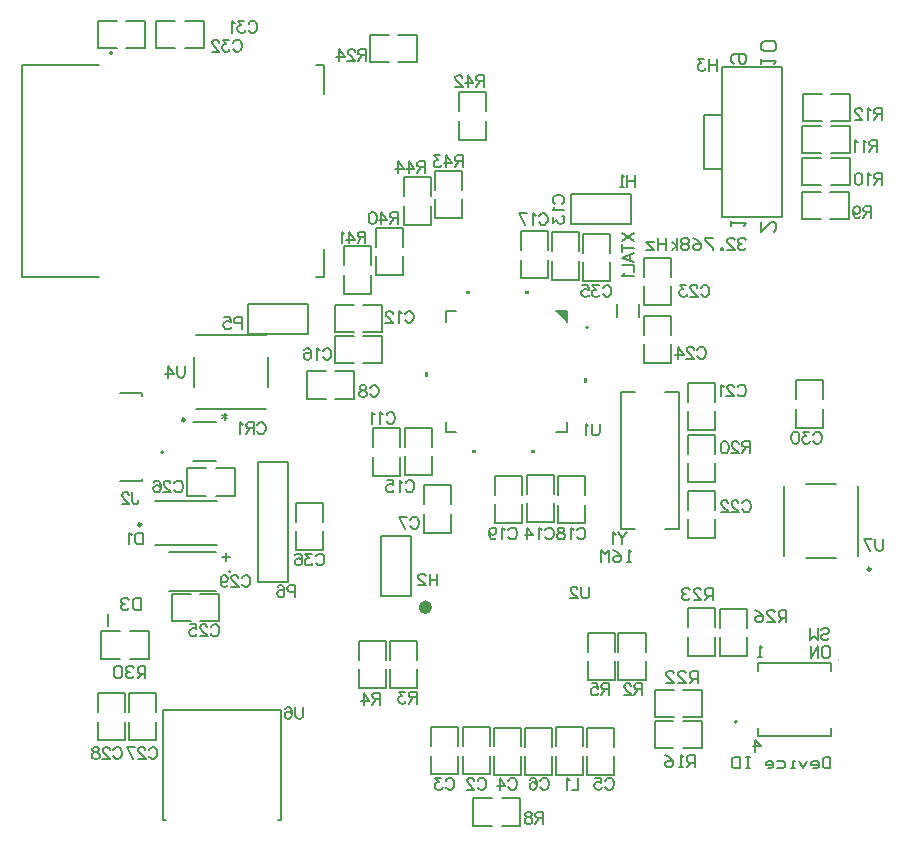
<source format=gbo>
G04*
G04 #@! TF.GenerationSoftware,Altium Limited,Altium Designer,19.1.6 (110)*
G04*
G04 Layer_Color=12811406*
%FSLAX25Y25*%
%MOIN*%
G70*
G01*
G75*
%ADD10C,0.01000*%
%ADD11C,0.00787*%
%ADD12C,0.00591*%
%ADD25C,0.01181*%
%ADD27C,0.01968*%
%ADD90C,0.00600*%
%ADD91C,0.00000*%
%ADD92C,0.00500*%
%ADD93C,0.00394*%
%ADD94C,0.00800*%
G36*
X128187Y133461D02*
X129687D01*
Y132461D01*
X128187D01*
Y133461D01*
D02*
G37*
G36*
X113776Y159215D02*
X112776D01*
Y157715D01*
X113776D01*
Y159215D01*
D02*
G37*
G36*
X126218Y185437D02*
X127718D01*
Y186437D01*
X126218D01*
Y185437D01*
D02*
G37*
G36*
X147872Y133461D02*
X149372D01*
Y132461D01*
X147872D01*
Y133461D01*
D02*
G37*
G36*
X165752Y157246D02*
X166752D01*
Y155746D01*
X165752D01*
Y157246D01*
D02*
G37*
G36*
X145904Y185437D02*
X147404D01*
Y186437D01*
X145904D01*
Y185437D01*
D02*
G37*
G36*
X156435Y179649D02*
X159964D01*
Y176120D01*
X156435Y179649D01*
D02*
G37*
D10*
X261185Y93646D02*
G03*
X261185Y93646I-500J0D01*
G01*
X32630Y143350D02*
G03*
X32630Y143350I-500J0D01*
G01*
D11*
X216650Y42697D02*
G03*
X216650Y42697I-394J0D01*
G01*
X25480Y132598D02*
G03*
X25480Y132598I-394J0D01*
G01*
X8366Y265650D02*
G03*
X8366Y265650I-394J0D01*
G01*
X97854Y104803D02*
X107854D01*
X97854Y84803D02*
Y104803D01*
X107854Y84803D02*
Y104803D01*
X97854Y84803D02*
X107854D01*
X161339Y208780D02*
Y218779D01*
Y208780D02*
X181339D01*
X161339Y218779D02*
X181339D01*
Y208780D02*
Y218779D01*
X6988Y74803D02*
Y78543D01*
X4823Y63779D02*
Y72835D01*
X20571Y63779D02*
Y72835D01*
X4823Y63779D02*
X11122D01*
X14272D02*
X20571D01*
X4823Y72835D02*
X11122D01*
X14272D02*
X20571D01*
X204921Y33858D02*
Y42913D01*
X189173Y33858D02*
Y42913D01*
X198622D02*
X204921D01*
X189173D02*
X195472D01*
X198622Y33858D02*
X204921D01*
X189173D02*
X195472D01*
X200197Y64764D02*
X209252D01*
X200197Y80512D02*
X209252D01*
Y64764D02*
Y71063D01*
Y74213D02*
Y80512D01*
X200197Y64764D02*
Y71063D01*
Y74213D02*
Y80512D01*
X205020Y44390D02*
Y53445D01*
X189272Y44390D02*
Y53445D01*
X198721D02*
X205020D01*
X189272D02*
X195571D01*
X198721Y44390D02*
X205020D01*
X189272D02*
X195571D01*
X210925Y64665D02*
X219980D01*
X210925Y80413D02*
X219980D01*
Y64665D02*
Y70965D01*
Y74114D02*
Y80413D01*
X210925Y64665D02*
Y70965D01*
Y74114D02*
Y80413D01*
X125295Y40915D02*
X134350D01*
X125295Y25167D02*
X134350D01*
X125295Y34616D02*
Y40915D01*
Y25167D02*
Y31466D01*
X134350Y34616D02*
Y40915D01*
Y25167D02*
Y31466D01*
X114695Y40915D02*
X123750D01*
X114695Y25167D02*
X123750D01*
X114695Y34616D02*
Y40915D01*
Y25167D02*
Y31466D01*
X123750Y34616D02*
Y40915D01*
Y25167D02*
Y31466D01*
X135595Y40815D02*
X144650D01*
X135595Y25067D02*
X144650D01*
X135595Y34516D02*
Y40815D01*
Y25067D02*
Y31366D01*
X144650Y34516D02*
Y40815D01*
Y25067D02*
Y31366D01*
X166732Y40748D02*
X175787D01*
X166732Y25000D02*
X175787D01*
X166732Y34449D02*
Y40748D01*
Y25000D02*
Y31299D01*
X175787Y34449D02*
Y40748D01*
Y25000D02*
Y31299D01*
X146063Y25000D02*
X155118D01*
X146063Y40748D02*
X155118D01*
Y25000D02*
Y31299D01*
Y34449D02*
Y40748D01*
X146063Y25000D02*
Y31299D01*
Y34449D02*
Y40748D01*
X112402Y121555D02*
X121457D01*
X112402Y105807D02*
X121457D01*
X112402Y115256D02*
Y121555D01*
Y105807D02*
Y112106D01*
X121457Y115256D02*
Y121555D01*
Y105807D02*
Y112106D01*
X89091Y150492D02*
Y159547D01*
X73343Y150492D02*
Y159547D01*
X82791D02*
X89091D01*
X73343D02*
X79642D01*
X82791Y150492D02*
X89091D01*
X73343D02*
X79642D01*
X95341Y140542D02*
X104396D01*
X95341Y124794D02*
X104396D01*
X95341Y134243D02*
Y140542D01*
Y124794D02*
Y131094D01*
X104396Y134243D02*
Y140542D01*
Y124794D02*
Y131094D01*
X154841Y190094D02*
X163896D01*
X154841Y205842D02*
X163896D01*
Y190094D02*
Y196394D01*
Y199543D02*
Y205842D01*
X154841Y190094D02*
Y196394D01*
Y199543D02*
Y205842D01*
X146653Y125000D02*
X155709D01*
X146653Y109252D02*
X155709D01*
X146653Y118701D02*
Y125000D01*
Y109252D02*
Y115551D01*
X155709Y118701D02*
Y125000D01*
Y109252D02*
Y115551D01*
X105941Y140642D02*
X114996D01*
X105941Y124894D02*
X114996D01*
X105941Y134343D02*
Y140642D01*
Y124894D02*
Y131194D01*
X114996Y134343D02*
Y140642D01*
Y124894D02*
Y131194D01*
X98327Y162205D02*
Y171260D01*
X82579Y162205D02*
Y171260D01*
X92028D02*
X98327D01*
X82579D02*
X88878D01*
X92028Y162205D02*
X98327D01*
X82579D02*
X88878D01*
X144541Y190495D02*
X153596D01*
X144541Y206242D02*
X153596D01*
Y190495D02*
Y196794D01*
Y199943D02*
Y206242D01*
X144541Y190495D02*
Y196794D01*
Y199943D02*
Y206242D01*
X156988Y124606D02*
X166043D01*
X156988Y108858D02*
X166043D01*
X156988Y118307D02*
Y124606D01*
Y108858D02*
Y115157D01*
X166043Y118307D02*
Y124606D01*
Y108858D02*
Y115157D01*
X135957Y124780D02*
X145012D01*
X135957Y109032D02*
X145012D01*
X135957Y118481D02*
Y124780D01*
Y109032D02*
Y115331D01*
X145012Y118481D02*
Y124780D01*
Y109032D02*
Y115331D01*
X185531Y181595D02*
X194587D01*
X185531Y197343D02*
X194587D01*
Y181595D02*
Y187894D01*
Y191043D02*
Y197343D01*
X185531Y181595D02*
Y187894D01*
Y191043D02*
Y197343D01*
Y178051D02*
X194587D01*
X185531Y162303D02*
X194587D01*
X185531Y171752D02*
Y178051D01*
Y162303D02*
Y168602D01*
X194587Y171752D02*
Y178051D01*
Y162303D02*
Y168602D01*
X23130Y267323D02*
Y276378D01*
X38878Y267323D02*
Y276378D01*
X23130Y267323D02*
X29429D01*
X32579D02*
X38878D01*
X23130Y276378D02*
X29429D01*
X32579D02*
X38878D01*
X165441Y189694D02*
X174496D01*
X165441Y205443D02*
X174496D01*
Y189694D02*
Y195994D01*
Y199143D02*
Y205443D01*
X165441Y189694D02*
Y195994D01*
Y199143D02*
Y205443D01*
X177165Y56595D02*
X186221D01*
X177165Y72342D02*
X186221D01*
Y56595D02*
Y62894D01*
Y66043D02*
Y72342D01*
X177165Y56595D02*
Y62894D01*
Y66043D02*
Y72342D01*
X101083Y54035D02*
X110138D01*
X101083Y69784D02*
X110138D01*
Y54035D02*
Y60335D01*
Y63484D02*
Y69784D01*
X101083Y54035D02*
Y60335D01*
Y63484D02*
Y69784D01*
X90551Y53937D02*
X99606D01*
X90551Y69685D02*
X99606D01*
Y53937D02*
Y60236D01*
Y63386D02*
Y69685D01*
X90551Y53937D02*
Y60236D01*
Y63386D02*
Y69685D01*
X166929Y56595D02*
X175984D01*
X166929Y72342D02*
X175984D01*
Y56595D02*
Y62894D01*
Y66043D02*
Y72342D01*
X166929Y56595D02*
Y62894D01*
Y66043D02*
Y72342D01*
X144499Y8116D02*
Y17171D01*
X128750Y8116D02*
Y17171D01*
X138199D02*
X144499D01*
X128750D02*
X135050D01*
X138199Y8116D02*
X144499D01*
X128750D02*
X135050D01*
X254035Y210433D02*
Y219488D01*
X238287Y210433D02*
Y219488D01*
X247736D02*
X254035D01*
X238287D02*
X244587D01*
X247736Y210433D02*
X254035D01*
X238287D02*
X244587D01*
X254232Y221654D02*
Y230709D01*
X238484Y221654D02*
Y230709D01*
X247933D02*
X254232D01*
X238484D02*
X244783D01*
X247933Y221654D02*
X254232D01*
X238484D02*
X244783D01*
X254232Y232283D02*
Y241339D01*
X238484Y232283D02*
Y241339D01*
X247933D02*
X254232D01*
X238484D02*
X244783D01*
X247933Y232283D02*
X254232D01*
X238484D02*
X244783D01*
X254331Y242913D02*
Y251969D01*
X238583Y242913D02*
Y251969D01*
X248031D02*
X254331D01*
X238583D02*
X244882D01*
X248031Y242913D02*
X254331D01*
X238583D02*
X244882D01*
X110043Y262541D02*
Y271596D01*
X94295Y262541D02*
Y271596D01*
X103743D02*
X110043D01*
X94295D02*
X100594D01*
X103743Y262541D02*
X110043D01*
X94295D02*
X100594D01*
X96260Y191535D02*
X105315D01*
X96260Y207283D02*
X105315D01*
Y191535D02*
Y197835D01*
Y200984D02*
Y207283D01*
X96260Y191535D02*
Y197835D01*
Y200984D02*
Y207283D01*
X85728Y185433D02*
X94784D01*
X85728Y201181D02*
X94784D01*
Y185433D02*
Y191732D01*
Y194882D02*
Y201181D01*
X85728Y185433D02*
Y191732D01*
Y194882D02*
Y201181D01*
X123841Y236794D02*
X132896D01*
X123841Y252542D02*
X132896D01*
Y236794D02*
Y243094D01*
Y246243D02*
Y252542D01*
X123841Y236794D02*
Y243094D01*
Y246243D02*
Y252542D01*
X115945Y210531D02*
X125000D01*
X115945Y226279D02*
X125000D01*
Y210531D02*
Y216831D01*
Y219980D02*
Y226279D01*
X115945Y210531D02*
Y216831D01*
Y219980D02*
Y226279D01*
X105610Y208465D02*
X114665D01*
X105610Y224213D02*
X114665D01*
Y208465D02*
Y214764D01*
Y217913D02*
Y224213D01*
X105610Y208465D02*
Y214764D01*
Y217913D02*
Y224213D01*
X13936Y36526D02*
X22991D01*
X13936Y52274D02*
X22991D01*
Y36526D02*
Y42825D01*
Y45975D02*
Y52274D01*
X13936Y36526D02*
Y42825D01*
Y45975D02*
Y52274D01*
X236286Y140824D02*
X245341D01*
X236286Y156572D02*
X245341D01*
Y140824D02*
Y147123D01*
Y150272D02*
Y156572D01*
X236286Y140824D02*
Y147123D01*
Y150272D02*
Y156572D01*
X69557Y99984D02*
X78613D01*
X69557Y115732D02*
X78613D01*
Y99984D02*
Y106283D01*
Y109432D02*
Y115732D01*
X69557Y99984D02*
Y106283D01*
Y109432D02*
Y115732D01*
X19390Y267323D02*
Y276378D01*
X3642Y267323D02*
Y276378D01*
X13091D02*
X19390D01*
X3642D02*
X9941D01*
X13091Y267323D02*
X19390D01*
X3642D02*
X9941D01*
X98425Y172638D02*
Y181693D01*
X82677Y172638D02*
Y181693D01*
X92126D02*
X98425D01*
X82677D02*
X88976D01*
X92126Y172638D02*
X98425D01*
X82677D02*
X88976D01*
X200341Y139894D02*
X209396D01*
X200341Y155642D02*
X209396D01*
Y139894D02*
Y146194D01*
Y149343D02*
Y155642D01*
X200341Y139894D02*
Y146194D01*
Y149343D02*
Y155642D01*
X200241Y119642D02*
X209296D01*
X200241Y103894D02*
X209296D01*
X200241Y113343D02*
Y119642D01*
Y103894D02*
Y110194D01*
X209296Y113343D02*
Y119642D01*
Y103894D02*
Y110194D01*
X200341Y122695D02*
X209396D01*
X200341Y138443D02*
X209396D01*
Y122695D02*
Y128994D01*
Y132143D02*
Y138443D01*
X200341Y122695D02*
Y128994D01*
Y132143D02*
Y138443D01*
X3636Y36526D02*
X12691D01*
X3636Y52274D02*
X12691D01*
Y36526D02*
Y42825D01*
Y45975D02*
Y52274D01*
X3636Y36526D02*
Y42825D01*
Y45975D02*
Y52274D01*
X44094Y76378D02*
Y85433D01*
X28346Y76378D02*
Y85433D01*
X37795D02*
X44094D01*
X28346D02*
X34646D01*
X37795Y76378D02*
X44094D01*
X28346D02*
X34646D01*
X33465Y118110D02*
Y127165D01*
X49213Y118110D02*
Y127165D01*
X33465Y118110D02*
X39764D01*
X42913D02*
X49213D01*
X33465Y127165D02*
X39764D01*
X42913D02*
X49213D01*
X211673Y211024D02*
Y261024D01*
X231673Y211024D02*
Y261024D01*
X211673Y211024D02*
X231673D01*
X211673Y261024D02*
X231673D01*
X205807Y226968D02*
X211319D01*
X205610Y227165D02*
Y245079D01*
X211417D01*
X57077Y129314D02*
X67077D01*
X57077Y89314D02*
Y129314D01*
X67077Y89314D02*
Y129314D01*
X57077Y89314D02*
X67077D01*
X156398Y25098D02*
X165453D01*
X156398Y40846D02*
X165453D01*
Y25098D02*
Y31398D01*
Y34547D02*
Y40846D01*
X156398Y25098D02*
Y31398D01*
Y34547D02*
Y40846D01*
X53701Y181870D02*
X73701D01*
Y171870D02*
Y181870D01*
X53701Y171870D02*
X73701D01*
X53701D02*
Y181870D01*
D12*
X116831Y92125D02*
Y88189D01*
Y90157D01*
X114207D01*
Y92125D01*
Y88189D01*
X110271D02*
X112895D01*
X110271Y90813D01*
Y91469D01*
X110927Y92125D01*
X112239D01*
X112895Y91469D01*
X182776Y224900D02*
Y220965D01*
Y222932D01*
X180152D01*
Y224900D01*
Y220965D01*
X178840D02*
X177528D01*
X178184D01*
Y224900D01*
X178840Y224244D01*
X219783Y203280D02*
X219127Y203936D01*
X217816D01*
X217160Y203280D01*
Y202624D01*
X217816Y201968D01*
X218472D01*
X217816D01*
X217160Y201312D01*
Y200656D01*
X217816Y200000D01*
X219127D01*
X219783Y200656D01*
X213224Y200000D02*
X215848D01*
X213224Y202624D01*
Y203280D01*
X213880Y203936D01*
X215192D01*
X215848Y203280D01*
X211912Y200000D02*
Y200656D01*
X211256D01*
Y200000D01*
X211912D01*
X208632Y203936D02*
X206008D01*
Y203280D01*
X208632Y200656D01*
Y200000D01*
X202073Y203936D02*
X203384Y203280D01*
X204696Y201968D01*
Y200656D01*
X204041Y200000D01*
X202729D01*
X202073Y200656D01*
Y201312D01*
X202729Y201968D01*
X204696D01*
X200761Y203280D02*
X200105Y203936D01*
X198793D01*
X198137Y203280D01*
Y202624D01*
X198793Y201968D01*
X198137Y201312D01*
Y200656D01*
X198793Y200000D01*
X200105D01*
X200761Y200656D01*
Y201312D01*
X200105Y201968D01*
X200761Y202624D01*
Y203280D01*
X200105Y201968D02*
X198793D01*
X196825Y200000D02*
Y203936D01*
Y201312D02*
X194857Y202624D01*
X196825Y201312D02*
X194857Y200000D01*
X192889Y203936D02*
Y200000D01*
Y201968D01*
X190265D01*
Y203936D01*
Y200000D01*
X188953Y202624D02*
X186330D01*
X188953Y200000D01*
X186330D01*
X244817Y73260D02*
X245473Y73916D01*
X246785D01*
X247441Y73260D01*
Y72604D01*
X246785Y71948D01*
X245473D01*
X244817Y71292D01*
Y70636D01*
X245473Y69980D01*
X246785D01*
X247441Y70636D01*
X243505Y73916D02*
Y69980D01*
X242193Y71292D01*
X240881Y69980D01*
Y73916D01*
X19488Y57382D02*
Y61318D01*
X17520D01*
X16864Y60662D01*
Y59350D01*
X17520Y58694D01*
X19488D01*
X18176D02*
X16864Y57382D01*
X15552Y60662D02*
X14897Y61318D01*
X13585D01*
X12929Y60662D01*
Y60006D01*
X13585Y59350D01*
X14241D01*
X13585D01*
X12929Y58694D01*
Y58038D01*
X13585Y57382D01*
X14897D01*
X15552Y58038D01*
X11617Y60662D02*
X10961Y61318D01*
X9649D01*
X8993Y60662D01*
Y58038D01*
X9649Y57382D01*
X10961D01*
X11617Y58038D01*
Y60662D01*
X17913Y83857D02*
Y79921D01*
X15946D01*
X15290Y80577D01*
Y83201D01*
X15946Y83857D01*
X17913D01*
X13978Y83201D02*
X13322Y83857D01*
X12010D01*
X11354Y83201D01*
Y82545D01*
X12010Y81889D01*
X12666D01*
X12010D01*
X11354Y81233D01*
Y80577D01*
X12010Y79921D01*
X13322D01*
X13978Y80577D01*
X202559Y27756D02*
Y31692D01*
X200591D01*
X199935Y31036D01*
Y29724D01*
X200591Y29068D01*
X202559D01*
X201247D02*
X199935Y27756D01*
X198623D02*
X197311D01*
X197967D01*
Y31692D01*
X198623Y31036D01*
X192720Y31692D02*
X194032Y31036D01*
X195343Y29724D01*
Y28412D01*
X194688Y27756D01*
X193376D01*
X192720Y28412D01*
Y29068D01*
X193376Y29724D01*
X195343D01*
X208760Y83268D02*
Y87204D01*
X206792D01*
X206136Y86547D01*
Y85236D01*
X206792Y84580D01*
X208760D01*
X207448D02*
X206136Y83268D01*
X202200D02*
X204824D01*
X202200Y85891D01*
Y86547D01*
X202856Y87204D01*
X204168D01*
X204824Y86547D01*
X200888D02*
X200232Y87204D01*
X198921D01*
X198265Y86547D01*
Y85891D01*
X198921Y85236D01*
X199576D01*
X198921D01*
X198265Y84580D01*
Y83924D01*
X198921Y83268D01*
X200232D01*
X200888Y83924D01*
X203642Y55807D02*
Y59743D01*
X201674D01*
X201018Y59087D01*
Y57775D01*
X201674Y57119D01*
X203642D01*
X202330D02*
X201018Y55807D01*
X197082D02*
X199706D01*
X197082Y58431D01*
Y59087D01*
X197738Y59743D01*
X199050D01*
X199706Y59087D01*
X193146Y55807D02*
X195770D01*
X193146Y58431D01*
Y59087D01*
X193802Y59743D01*
X195114D01*
X195770Y59087D01*
X233169Y76083D02*
Y80018D01*
X231201D01*
X230545Y79362D01*
Y78051D01*
X231201Y77395D01*
X233169D01*
X231857D02*
X230545Y76083D01*
X226610D02*
X229234D01*
X226610Y78707D01*
Y79362D01*
X227266Y80018D01*
X228578D01*
X229234Y79362D01*
X222674Y80018D02*
X223986Y79362D01*
X225298Y78051D01*
Y76739D01*
X224642Y76083D01*
X223330D01*
X222674Y76739D01*
Y77395D01*
X223330Y78051D01*
X225298D01*
X247835Y31101D02*
Y27165D01*
X245867D01*
X245211Y27821D01*
Y30445D01*
X245867Y31101D01*
X247835D01*
X241931Y27165D02*
X243243D01*
X243899Y27821D01*
Y29133D01*
X243243Y29789D01*
X241931D01*
X241275Y29133D01*
Y28477D01*
X243899D01*
X239963Y29789D02*
X238651Y27165D01*
X237339Y29789D01*
X236027Y27165D02*
X234716D01*
X235371D01*
Y29789D01*
X236027D01*
X230124D02*
X232092D01*
X232748Y29133D01*
Y27821D01*
X232092Y27165D01*
X230124D01*
X226844D02*
X228156D01*
X228812Y27821D01*
Y29133D01*
X228156Y29789D01*
X226844D01*
X226188Y29133D01*
Y28477D01*
X228812D01*
X220940Y31101D02*
X219629D01*
X220285D01*
Y27165D01*
X220940D01*
X219629D01*
X217661Y31101D02*
Y27165D01*
X215693D01*
X215037Y27821D01*
Y30445D01*
X215693Y31101D01*
X217661D01*
X222737Y32677D02*
Y36613D01*
X224705Y34645D01*
X222081D01*
X245768Y67912D02*
X247080D01*
X247736Y67256D01*
Y64632D01*
X247080Y63976D01*
X245768D01*
X245112Y64632D01*
Y67256D01*
X245768Y67912D01*
X243800Y63976D02*
Y67912D01*
X241177Y63976D01*
Y67912D01*
X224902Y64173D02*
X223590D01*
X224246D01*
Y68109D01*
X224902Y67453D01*
X45861Y145695D02*
Y143446D01*
X46798Y145133D02*
X44924Y144008D01*
Y145133D02*
X46798Y144008D01*
X44882Y97539D02*
X47506D01*
X46194Y98851D02*
Y96227D01*
X181201Y95965D02*
X179889D01*
X180545D01*
Y99900D01*
X181201Y99244D01*
X175297Y99900D02*
X176609Y99244D01*
X177921Y97932D01*
Y96621D01*
X177265Y95965D01*
X175953D01*
X175297Y96621D01*
Y97277D01*
X175953Y97932D01*
X177921D01*
X173985Y95965D02*
Y99900D01*
X172673Y98588D01*
X171361Y99900D01*
Y95965D01*
X179921Y105905D02*
X178422Y104030D01*
Y101969D01*
X176922Y105905D02*
X178422Y104030D01*
X176416Y105155D02*
X176041Y105342D01*
X175479Y105905D01*
Y101969D01*
X41283Y74259D02*
X41470Y74634D01*
X41845Y75009D01*
X42220Y75196D01*
X42970D01*
X43345Y75009D01*
X43720Y74634D01*
X43907Y74259D01*
X44094Y73697D01*
Y72759D01*
X43907Y72197D01*
X43720Y71822D01*
X43345Y71447D01*
X42970Y71260D01*
X42220D01*
X41845Y71447D01*
X41470Y71822D01*
X41283Y72197D01*
X39990Y74259D02*
Y74446D01*
X39802Y74821D01*
X39615Y75009D01*
X39240Y75196D01*
X38490D01*
X38115Y75009D01*
X37928Y74821D01*
X37740Y74446D01*
Y74071D01*
X37928Y73697D01*
X38303Y73134D01*
X40177Y71260D01*
X37553D01*
X34423Y75196D02*
X36297D01*
X36485Y73509D01*
X36297Y73697D01*
X35735Y73884D01*
X35173D01*
X34610Y73697D01*
X34235Y73322D01*
X34048Y72759D01*
Y72385D01*
X34235Y71822D01*
X34610Y71447D01*
X35173Y71260D01*
X35735D01*
X36297Y71447D01*
X36485Y71635D01*
X36672Y72010D01*
X220866Y136220D02*
Y132283D01*
Y136220D02*
X219179D01*
X218617Y136032D01*
X218429Y135845D01*
X218242Y135470D01*
Y135095D01*
X218429Y134720D01*
X218617Y134533D01*
X219179Y134345D01*
X220866D01*
X219554D02*
X218242Y132283D01*
X217174Y135282D02*
Y135470D01*
X216986Y135845D01*
X216799Y136032D01*
X216424Y136220D01*
X215674D01*
X215299Y136032D01*
X215112Y135845D01*
X214924Y135470D01*
Y135095D01*
X215112Y134720D01*
X215487Y134158D01*
X217361Y132283D01*
X214737D01*
X212731Y136220D02*
X213294Y136032D01*
X213669Y135470D01*
X213856Y134533D01*
Y133970D01*
X213669Y133033D01*
X213294Y132471D01*
X212731Y132283D01*
X212356D01*
X211794Y132471D01*
X211419Y133033D01*
X211232Y133970D01*
Y134533D01*
X211419Y135470D01*
X211794Y136032D01*
X212356Y136220D01*
X212731D01*
X218448Y115597D02*
X218636Y115972D01*
X219011Y116347D01*
X219386Y116535D01*
X220135D01*
X220510Y116347D01*
X220885Y115972D01*
X221072Y115597D01*
X221260Y115035D01*
Y114098D01*
X221072Y113536D01*
X220885Y113161D01*
X220510Y112786D01*
X220135Y112598D01*
X219386D01*
X219011Y112786D01*
X218636Y113161D01*
X218448Y113536D01*
X217155Y115597D02*
Y115785D01*
X216968Y116160D01*
X216780Y116347D01*
X216405Y116535D01*
X215655D01*
X215281Y116347D01*
X215093Y116160D01*
X214906Y115785D01*
Y115410D01*
X215093Y115035D01*
X215468Y114473D01*
X217342Y112598D01*
X214718D01*
X213650Y115597D02*
Y115785D01*
X213462Y116160D01*
X213275Y116347D01*
X212900Y116535D01*
X212150D01*
X211776Y116347D01*
X211588Y116160D01*
X211401Y115785D01*
Y115410D01*
X211588Y115035D01*
X211963Y114473D01*
X213837Y112598D01*
X211213D01*
X216874Y154180D02*
X217061Y154555D01*
X217436Y154930D01*
X217811Y155117D01*
X218560D01*
X218935Y154930D01*
X219310Y154555D01*
X219498Y154180D01*
X219685Y153618D01*
Y152681D01*
X219498Y152118D01*
X219310Y151743D01*
X218935Y151368D01*
X218560Y151181D01*
X217811D01*
X217436Y151368D01*
X217061Y151743D01*
X216874Y152118D01*
X215580Y154180D02*
Y154367D01*
X215393Y154742D01*
X215205Y154930D01*
X214830Y155117D01*
X214081D01*
X213706Y154930D01*
X213518Y154742D01*
X213331Y154367D01*
Y153993D01*
X213518Y153618D01*
X213893Y153056D01*
X215768Y151181D01*
X213143D01*
X212263Y154367D02*
X211888Y154555D01*
X211325Y155117D01*
Y151181D01*
X106047Y178688D02*
X106234Y179063D01*
X106609Y179438D01*
X106984Y179625D01*
X107734D01*
X108108Y179438D01*
X108483Y179063D01*
X108671Y178688D01*
X108858Y178126D01*
Y177189D01*
X108671Y176626D01*
X108483Y176251D01*
X108108Y175876D01*
X107734Y175689D01*
X106984D01*
X106609Y175876D01*
X106234Y176251D01*
X106047Y176626D01*
X104941Y178875D02*
X104566Y179063D01*
X104004Y179625D01*
Y175689D01*
X101867Y178688D02*
Y178875D01*
X101680Y179250D01*
X101492Y179438D01*
X101117Y179625D01*
X100367D01*
X99993Y179438D01*
X99805Y179250D01*
X99618Y178875D01*
Y178500D01*
X99805Y178126D01*
X100180Y177563D01*
X102054Y175689D01*
X99430D01*
X53881Y275440D02*
X54069Y275815D01*
X54444Y276190D01*
X54818Y276377D01*
X55568D01*
X55943Y276190D01*
X56318Y275815D01*
X56506Y275440D01*
X56693Y274878D01*
Y273940D01*
X56506Y273378D01*
X56318Y273003D01*
X55943Y272628D01*
X55568Y272441D01*
X54818D01*
X54444Y272628D01*
X54069Y273003D01*
X53881Y273378D01*
X52401Y276377D02*
X50339D01*
X51463Y274878D01*
X50901D01*
X50526Y274690D01*
X50339Y274503D01*
X50151Y273940D01*
Y273566D01*
X50339Y273003D01*
X50714Y272628D01*
X51276Y272441D01*
X51838D01*
X52401Y272628D01*
X52588Y272816D01*
X52776Y273191D01*
X49270Y275627D02*
X48896Y275815D01*
X48333Y276377D01*
Y272441D01*
X76322Y97881D02*
X76510Y98256D01*
X76885Y98631D01*
X77259Y98818D01*
X78009D01*
X78384Y98631D01*
X78759Y98256D01*
X78946Y97881D01*
X79134Y97319D01*
Y96381D01*
X78946Y95819D01*
X78759Y95444D01*
X78384Y95069D01*
X78009Y94882D01*
X77259D01*
X76885Y95069D01*
X76510Y95444D01*
X76322Y95819D01*
X74842Y98818D02*
X72780D01*
X73904Y97319D01*
X73342D01*
X72967Y97131D01*
X72780Y96944D01*
X72592Y96381D01*
Y96007D01*
X72780Y95444D01*
X73155Y95069D01*
X73717Y94882D01*
X74279D01*
X74842Y95069D01*
X75029Y95257D01*
X75216Y95632D01*
X69462Y98256D02*
X69650Y98631D01*
X70212Y98818D01*
X70587D01*
X71149Y98631D01*
X71524Y98068D01*
X71711Y97131D01*
Y96194D01*
X71524Y95444D01*
X71149Y95069D01*
X70587Y94882D01*
X70399D01*
X69837Y95069D01*
X69462Y95444D01*
X69275Y96007D01*
Y96194D01*
X69462Y96756D01*
X69837Y97131D01*
X70399Y97319D01*
X70587D01*
X71149Y97131D01*
X71524Y96756D01*
X71711Y96194D01*
X242070Y138432D02*
X242258Y138807D01*
X242633Y139182D01*
X243007Y139369D01*
X243757D01*
X244132Y139182D01*
X244507Y138807D01*
X244694Y138432D01*
X244882Y137870D01*
Y136933D01*
X244694Y136370D01*
X244507Y135995D01*
X244132Y135620D01*
X243757Y135433D01*
X243007D01*
X242633Y135620D01*
X242258Y135995D01*
X242070Y136370D01*
X240590Y139369D02*
X238528D01*
X239652Y137870D01*
X239090D01*
X238715Y137682D01*
X238528Y137495D01*
X238340Y136933D01*
Y136558D01*
X238528Y135995D01*
X238903Y135620D01*
X239465Y135433D01*
X240027D01*
X240590Y135620D01*
X240777Y135808D01*
X240965Y136183D01*
X236335Y139369D02*
X236897Y139182D01*
X237272Y138619D01*
X237459Y137682D01*
Y137120D01*
X237272Y136183D01*
X236897Y135620D01*
X236335Y135433D01*
X235960D01*
X235398Y135620D01*
X235023Y136183D01*
X234835Y137120D01*
Y137682D01*
X235023Y138619D01*
X235398Y139182D01*
X235960Y139369D01*
X236335D01*
X170866Y142125D02*
Y139314D01*
X170679Y138751D01*
X170304Y138376D01*
X169741Y138189D01*
X169367D01*
X168804Y138376D01*
X168430Y138751D01*
X168242Y139314D01*
Y142125D01*
X167155Y141375D02*
X166780Y141563D01*
X166218Y142125D01*
Y138189D01*
X72047Y47637D02*
Y44825D01*
X71860Y44263D01*
X71485Y43888D01*
X70923Y43701D01*
X70548D01*
X69985Y43888D01*
X69611Y44263D01*
X69423Y44825D01*
Y47637D01*
X66087Y47075D02*
X66274Y47449D01*
X66837Y47637D01*
X67211D01*
X67774Y47449D01*
X68149Y46887D01*
X68336Y45950D01*
Y45013D01*
X68149Y44263D01*
X67774Y43888D01*
X67211Y43701D01*
X67024D01*
X66462Y43888D01*
X66087Y44263D01*
X65899Y44825D01*
Y45013D01*
X66087Y45575D01*
X66462Y45950D01*
X67024Y46137D01*
X67211D01*
X67774Y45950D01*
X68149Y45575D01*
X68336Y45013D01*
X51618Y90696D02*
X51805Y91071D01*
X52180Y91446D01*
X52555Y91633D01*
X53304D01*
X53679Y91446D01*
X54054Y91071D01*
X54242Y90696D01*
X54429Y90134D01*
Y89196D01*
X54242Y88634D01*
X54054Y88259D01*
X53679Y87884D01*
X53304Y87697D01*
X52555D01*
X52180Y87884D01*
X51805Y88259D01*
X51618Y88634D01*
X50324Y90696D02*
Y90883D01*
X50137Y91258D01*
X49949Y91446D01*
X49575Y91633D01*
X48825D01*
X48450Y91446D01*
X48263Y91258D01*
X48075Y90883D01*
Y90508D01*
X48263Y90134D01*
X48637Y89571D01*
X50512Y87697D01*
X47888D01*
X44570Y90321D02*
X44757Y89759D01*
X45132Y89384D01*
X45695Y89196D01*
X45882D01*
X46444Y89384D01*
X46819Y89759D01*
X47007Y90321D01*
Y90508D01*
X46819Y91071D01*
X46444Y91446D01*
X45882Y91633D01*
X45695D01*
X45132Y91446D01*
X44757Y91071D01*
X44570Y90321D01*
Y89384D01*
X44757Y88447D01*
X45132Y87884D01*
X45695Y87697D01*
X46069D01*
X46632Y87884D01*
X46819Y88259D01*
X8803Y33314D02*
X8990Y33689D01*
X9365Y34064D01*
X9740Y34251D01*
X10490D01*
X10864Y34064D01*
X11239Y33689D01*
X11427Y33314D01*
X11614Y32752D01*
Y31814D01*
X11427Y31252D01*
X11239Y30877D01*
X10864Y30502D01*
X10490Y30315D01*
X9740D01*
X9365Y30502D01*
X8990Y30877D01*
X8803Y31252D01*
X7509Y33314D02*
Y33501D01*
X7322Y33876D01*
X7134Y34064D01*
X6760Y34251D01*
X6010D01*
X5635Y34064D01*
X5447Y33876D01*
X5260Y33501D01*
Y33127D01*
X5447Y32752D01*
X5822Y32189D01*
X7697Y30315D01*
X5073D01*
X3255Y34251D02*
X3817Y34064D01*
X4004Y33689D01*
Y33314D01*
X3817Y32939D01*
X3442Y32752D01*
X2692Y32564D01*
X2130Y32377D01*
X1755Y32002D01*
X1568Y31627D01*
Y31065D01*
X1755Y30690D01*
X1942Y30502D01*
X2505Y30315D01*
X3255D01*
X3817Y30502D01*
X4004Y30690D01*
X4192Y31065D01*
Y31627D01*
X4004Y32002D01*
X3629Y32377D01*
X3067Y32564D01*
X2317Y32752D01*
X1942Y32939D01*
X1755Y33314D01*
Y33689D01*
X1942Y34064D01*
X2505Y34251D01*
X3255D01*
X20614Y33314D02*
X20801Y33689D01*
X21176Y34064D01*
X21551Y34251D01*
X22301D01*
X22675Y34064D01*
X23050Y33689D01*
X23238Y33314D01*
X23425Y32752D01*
Y31814D01*
X23238Y31252D01*
X23050Y30877D01*
X22675Y30502D01*
X22301Y30315D01*
X21551D01*
X21176Y30502D01*
X20801Y30877D01*
X20614Y31252D01*
X19320Y33314D02*
Y33501D01*
X19133Y33876D01*
X18946Y34064D01*
X18571Y34251D01*
X17821D01*
X17446Y34064D01*
X17258Y33876D01*
X17071Y33501D01*
Y33127D01*
X17258Y32752D01*
X17633Y32189D01*
X19508Y30315D01*
X16884D01*
X13379Y34251D02*
X15253Y30315D01*
X16003Y34251D02*
X13379D01*
X29127Y122207D02*
X29314Y122582D01*
X29689Y122957D01*
X30064Y123144D01*
X30814D01*
X31188Y122957D01*
X31563Y122582D01*
X31751Y122207D01*
X31938Y121645D01*
Y120707D01*
X31751Y120145D01*
X31563Y119770D01*
X31188Y119395D01*
X30814Y119208D01*
X30064D01*
X29689Y119395D01*
X29314Y119770D01*
X29127Y120145D01*
X27833Y122207D02*
Y122394D01*
X27646Y122769D01*
X27459Y122957D01*
X27084Y123144D01*
X26334D01*
X25959Y122957D01*
X25771Y122769D01*
X25584Y122394D01*
Y122019D01*
X25771Y121645D01*
X26146Y121082D01*
X28021Y119208D01*
X25397D01*
X22266Y122582D02*
X22454Y122957D01*
X23016Y123144D01*
X23391D01*
X23953Y122957D01*
X24328Y122394D01*
X24516Y121457D01*
Y120520D01*
X24328Y119770D01*
X23953Y119395D01*
X23391Y119208D01*
X23204D01*
X22641Y119395D01*
X22266Y119770D01*
X22079Y120333D01*
Y120520D01*
X22266Y121082D01*
X22641Y121457D01*
X23204Y121645D01*
X23391D01*
X23953Y121457D01*
X24328Y121082D01*
X24516Y120520D01*
X178347Y205512D02*
X182283Y202888D01*
X178347D02*
X182283Y205512D01*
X178347Y200695D02*
X182283D01*
X178347Y202007D02*
Y199383D01*
X182283Y195915D02*
X178347Y197415D01*
X182283Y198914D01*
X180971Y198352D02*
Y196477D01*
X178347Y194997D02*
X182283D01*
Y192747D01*
X179097Y192316D02*
X178910Y191941D01*
X178347Y191379D01*
X182283D01*
X167368Y87805D02*
Y84993D01*
X167181Y84431D01*
X166806Y84056D01*
X166244Y83868D01*
X165869D01*
X165307Y84056D01*
X164932Y84431D01*
X164744Y84993D01*
Y87805D01*
X163470Y86867D02*
Y87055D01*
X163282Y87430D01*
X163095Y87617D01*
X162720Y87805D01*
X161970D01*
X161595Y87617D01*
X161408Y87430D01*
X161221Y87055D01*
Y86680D01*
X161408Y86305D01*
X161783Y85743D01*
X163657Y83868D01*
X161033D01*
X32677Y161416D02*
Y158605D01*
X32490Y158043D01*
X32115Y157668D01*
X31553Y157480D01*
X31178D01*
X30615Y157668D01*
X30240Y158043D01*
X30053Y158605D01*
Y161416D01*
X27092D02*
X28966Y158792D01*
X26154D01*
X27092Y161416D02*
Y157480D01*
X265453Y103641D02*
Y100829D01*
X265265Y100267D01*
X264891Y99892D01*
X264328Y99705D01*
X263953D01*
X263391Y99892D01*
X263016Y100267D01*
X262829Y100829D01*
Y103641D01*
X259117D02*
X260992Y99705D01*
X261741Y103641D02*
X259117D01*
X112598Y229527D02*
Y225590D01*
Y229527D02*
X110912D01*
X110349Y229339D01*
X110162Y229152D01*
X109974Y228777D01*
Y228402D01*
X110162Y228027D01*
X110349Y227840D01*
X110912Y227652D01*
X112598D01*
X111286D02*
X109974Y225590D01*
X107219Y229527D02*
X109093Y226903D01*
X106282D01*
X107219Y229527D02*
Y225590D01*
X103714Y229527D02*
X105588Y226903D01*
X102777D01*
X103714Y229527D02*
Y225590D01*
X125197Y231495D02*
Y227559D01*
Y231495D02*
X123510D01*
X122948Y231308D01*
X122760Y231120D01*
X122573Y230746D01*
Y230371D01*
X122760Y229996D01*
X122948Y229808D01*
X123510Y229621D01*
X125197D01*
X123885D02*
X122573Y227559D01*
X119817Y231495D02*
X121692Y228871D01*
X118880D01*
X119817Y231495D02*
Y227559D01*
X117812Y231495D02*
X115750D01*
X116875Y229996D01*
X116312D01*
X115937Y229808D01*
X115750Y229621D01*
X115563Y229059D01*
Y228684D01*
X115750Y228121D01*
X116125Y227747D01*
X116687Y227559D01*
X117250D01*
X117812Y227747D01*
X117999Y227934D01*
X118187Y228309D01*
X132269Y258305D02*
Y254368D01*
Y258305D02*
X130582D01*
X130019Y258117D01*
X129832Y257930D01*
X129644Y257555D01*
Y257180D01*
X129832Y256805D01*
X130019Y256618D01*
X130582Y256430D01*
X132269D01*
X130956D02*
X129644Y254368D01*
X126889Y258305D02*
X128763Y255681D01*
X125952D01*
X126889Y258305D02*
Y254368D01*
X125071Y257367D02*
Y257555D01*
X124883Y257930D01*
X124696Y258117D01*
X124321Y258305D01*
X123572D01*
X123197Y258117D01*
X123009Y257930D01*
X122822Y257555D01*
Y257180D01*
X123009Y256805D01*
X123384Y256243D01*
X125258Y254368D01*
X122634D01*
X92815Y206101D02*
Y202165D01*
Y206101D02*
X91128D01*
X90566Y205914D01*
X90378Y205727D01*
X90191Y205352D01*
Y204977D01*
X90378Y204602D01*
X90566Y204415D01*
X91128Y204227D01*
X92815D01*
X91503D02*
X90191Y202165D01*
X87436Y206101D02*
X89310Y203477D01*
X86498D01*
X87436Y206101D02*
Y202165D01*
X85805Y205352D02*
X85430Y205539D01*
X84868Y206101D01*
Y202165D01*
X103543Y212598D02*
Y208661D01*
Y212598D02*
X101856D01*
X101294Y212410D01*
X101107Y212223D01*
X100919Y211848D01*
Y211473D01*
X101107Y211098D01*
X101294Y210911D01*
X101856Y210723D01*
X103543D01*
X102231D02*
X100919Y208661D01*
X98164Y212598D02*
X100038Y209974D01*
X97227D01*
X98164Y212598D02*
Y208661D01*
X95409Y212598D02*
X95971Y212410D01*
X96346Y211848D01*
X96533Y210911D01*
Y210348D01*
X96346Y209411D01*
X95971Y208849D01*
X95409Y208661D01*
X95034D01*
X94471Y208849D01*
X94096Y209411D01*
X93909Y210348D01*
Y210911D01*
X94096Y211848D01*
X94471Y212410D01*
X95034Y212598D01*
X95409D01*
X92913Y266928D02*
Y262992D01*
Y266928D02*
X91227D01*
X90664Y266741D01*
X90477Y266553D01*
X90289Y266178D01*
Y265804D01*
X90477Y265429D01*
X90664Y265241D01*
X91227Y265054D01*
X92913D01*
X91601D02*
X90289Y262992D01*
X89221Y265991D02*
Y266178D01*
X89034Y266553D01*
X88846Y266741D01*
X88471Y266928D01*
X87721D01*
X87347Y266741D01*
X87159Y266553D01*
X86972Y266178D01*
Y265804D01*
X87159Y265429D01*
X87534Y264866D01*
X89408Y262992D01*
X86784D01*
X84029Y266928D02*
X85903Y264304D01*
X83092D01*
X84029Y266928D02*
Y262992D01*
X264862Y247243D02*
Y243307D01*
Y247243D02*
X263175D01*
X262613Y247056D01*
X262425Y246868D01*
X262238Y246494D01*
Y246119D01*
X262425Y245744D01*
X262613Y245556D01*
X263175Y245369D01*
X264862D01*
X263550D02*
X262238Y243307D01*
X261357Y246494D02*
X260982Y246681D01*
X260420Y247243D01*
Y243307D01*
X258283Y246306D02*
Y246494D01*
X258096Y246868D01*
X257908Y247056D01*
X257533Y247243D01*
X256784D01*
X256409Y247056D01*
X256221Y246868D01*
X256034Y246494D01*
Y246119D01*
X256221Y245744D01*
X256596Y245181D01*
X258471Y243307D01*
X255847D01*
X263287Y236613D02*
Y232677D01*
Y236613D02*
X261600D01*
X261038Y236426D01*
X260851Y236239D01*
X260663Y235864D01*
Y235489D01*
X260851Y235114D01*
X261038Y234926D01*
X261600Y234739D01*
X263287D01*
X261975D02*
X260663Y232677D01*
X259782Y235864D02*
X259407Y236051D01*
X258845Y236613D01*
Y232677D01*
X256896Y235864D02*
X256521Y236051D01*
X255959Y236613D01*
Y232677D01*
X264862Y225590D02*
Y221654D01*
Y225590D02*
X263175D01*
X262613Y225402D01*
X262425Y225215D01*
X262238Y224840D01*
Y224465D01*
X262425Y224090D01*
X262613Y223903D01*
X263175Y223715D01*
X264862D01*
X263550D02*
X262238Y221654D01*
X261357Y224840D02*
X260982Y225027D01*
X260420Y225590D01*
Y221654D01*
X257346Y225590D02*
X257908Y225402D01*
X258283Y224840D01*
X258471Y223903D01*
Y223341D01*
X258283Y222403D01*
X257908Y221841D01*
X257346Y221654D01*
X256971D01*
X256409Y221841D01*
X256034Y222403D01*
X255847Y223341D01*
Y223903D01*
X256034Y224840D01*
X256409Y225402D01*
X256971Y225590D01*
X257346D01*
X261319Y214566D02*
Y210630D01*
Y214566D02*
X259632D01*
X259070Y214379D01*
X258882Y214191D01*
X258695Y213816D01*
Y213441D01*
X258882Y213067D01*
X259070Y212879D01*
X259632Y212692D01*
X261319D01*
X260007D02*
X258695Y210630D01*
X255377Y213254D02*
X255565Y212692D01*
X255940Y212317D01*
X256502Y212129D01*
X256689D01*
X257252Y212317D01*
X257626Y212692D01*
X257814Y213254D01*
Y213441D01*
X257626Y214004D01*
X257252Y214379D01*
X256689Y214566D01*
X256502D01*
X255940Y214379D01*
X255565Y214004D01*
X255377Y213254D01*
Y212317D01*
X255565Y211380D01*
X255940Y210817D01*
X256502Y210630D01*
X256877D01*
X257439Y210817D01*
X257626Y211192D01*
X151969Y12598D02*
Y8661D01*
Y12598D02*
X150282D01*
X149719Y12410D01*
X149532Y12223D01*
X149344Y11848D01*
Y11473D01*
X149532Y11098D01*
X149719Y10911D01*
X150282Y10723D01*
X151969D01*
X150656D02*
X149344Y8661D01*
X147526Y12598D02*
X148089Y12410D01*
X148276Y12035D01*
Y11660D01*
X148089Y11286D01*
X147714Y11098D01*
X146964Y10911D01*
X146402Y10723D01*
X146027Y10348D01*
X145839Y9973D01*
Y9411D01*
X146027Y9036D01*
X146214Y8849D01*
X146776Y8661D01*
X147526D01*
X148089Y8849D01*
X148276Y9036D01*
X148463Y9411D01*
Y9973D01*
X148276Y10348D01*
X147901Y10723D01*
X147339Y10911D01*
X146589Y11098D01*
X146214Y11286D01*
X146027Y11660D01*
Y12035D01*
X146214Y12410D01*
X146776Y12598D01*
X147526D01*
X174016Y55511D02*
Y51575D01*
Y55511D02*
X172329D01*
X171766Y55323D01*
X171579Y55136D01*
X171392Y54761D01*
Y54386D01*
X171579Y54011D01*
X171766Y53824D01*
X172329Y53637D01*
X174016D01*
X172704D02*
X171392Y51575D01*
X168261Y55511D02*
X170136D01*
X170323Y53824D01*
X170136Y54011D01*
X169573Y54199D01*
X169011D01*
X168449Y54011D01*
X168074Y53637D01*
X167887Y53074D01*
Y52699D01*
X168074Y52137D01*
X168449Y51762D01*
X169011Y51575D01*
X169573D01*
X170136Y51762D01*
X170323Y51950D01*
X170511Y52324D01*
X97638Y52361D02*
Y48425D01*
Y52361D02*
X95951D01*
X95389Y52174D01*
X95201Y51986D01*
X95014Y51612D01*
Y51237D01*
X95201Y50862D01*
X95389Y50674D01*
X95951Y50487D01*
X97638D01*
X96326D02*
X95014Y48425D01*
X92258Y52361D02*
X94133Y49737D01*
X91321D01*
X92258Y52361D02*
Y48425D01*
X109843Y52755D02*
Y48819D01*
Y52755D02*
X108156D01*
X107593Y52568D01*
X107406Y52380D01*
X107218Y52005D01*
Y51630D01*
X107406Y51256D01*
X107593Y51068D01*
X108156Y50881D01*
X109843D01*
X108530D02*
X107218Y48819D01*
X105963Y52755D02*
X103901D01*
X105025Y51256D01*
X104463D01*
X104088Y51068D01*
X103901Y50881D01*
X103713Y50318D01*
Y49944D01*
X103901Y49381D01*
X104276Y49006D01*
X104838Y48819D01*
X105400D01*
X105963Y49006D01*
X106150Y49194D01*
X106337Y49569D01*
X185039Y55511D02*
Y51575D01*
Y55511D02*
X183352D01*
X182790Y55323D01*
X182603Y55136D01*
X182415Y54761D01*
Y54386D01*
X182603Y54011D01*
X182790Y53824D01*
X183352Y53637D01*
X185039D01*
X183727D02*
X182415Y51575D01*
X181347Y54574D02*
Y54761D01*
X181159Y55136D01*
X180972Y55323D01*
X180597Y55511D01*
X179847D01*
X179472Y55323D01*
X179285Y55136D01*
X179098Y54761D01*
Y54386D01*
X179285Y54011D01*
X179660Y53449D01*
X181534Y51575D01*
X178910D01*
X69291Y86126D02*
X67604D01*
X67042Y86314D01*
X66855Y86501D01*
X66667Y86876D01*
Y87438D01*
X66855Y87813D01*
X67042Y88001D01*
X67604Y88188D01*
X69291D01*
Y84252D01*
X63537Y87626D02*
X63724Y88001D01*
X64287Y88188D01*
X64662D01*
X65224Y88001D01*
X65599Y87438D01*
X65786Y86501D01*
Y85564D01*
X65599Y84814D01*
X65224Y84439D01*
X64662Y84252D01*
X64474D01*
X63912Y84439D01*
X63537Y84814D01*
X63350Y85377D01*
Y85564D01*
X63537Y86126D01*
X63912Y86501D01*
X64474Y86689D01*
X64662D01*
X65224Y86501D01*
X65599Y86126D01*
X65786Y85564D01*
X51575Y175496D02*
X49888D01*
X49326Y175684D01*
X49138Y175871D01*
X48951Y176246D01*
Y176809D01*
X49138Y177183D01*
X49326Y177371D01*
X49888Y177558D01*
X51575D01*
Y173622D01*
X45821Y177558D02*
X47695D01*
X47882Y175871D01*
X47695Y176059D01*
X47133Y176246D01*
X46570D01*
X46008Y176059D01*
X45633Y175684D01*
X45446Y175121D01*
Y174747D01*
X45633Y174184D01*
X46008Y173810D01*
X46570Y173622D01*
X47133D01*
X47695Y173810D01*
X47882Y173997D01*
X48070Y174372D01*
X209842Y263680D02*
Y259744D01*
X207218Y263680D02*
Y259744D01*
X209842Y261806D02*
X207218D01*
X205756Y263680D02*
X203695D01*
X204819Y262181D01*
X204257D01*
X203882Y261993D01*
X203695Y261806D01*
X203507Y261244D01*
Y260869D01*
X203695Y260306D01*
X204069Y259931D01*
X204632Y259744D01*
X205194D01*
X205756Y259931D01*
X205944Y260119D01*
X206131Y260494D01*
X163779Y24015D02*
Y20079D01*
X161530D01*
X161099Y23265D02*
X160724Y23453D01*
X160162Y24015D01*
Y20079D01*
X15153Y119192D02*
Y116193D01*
X15341Y115631D01*
X15528Y115443D01*
X15903Y115256D01*
X16278D01*
X16653Y115443D01*
X16840Y115631D01*
X17028Y116193D01*
Y116568D01*
X13954Y118255D02*
Y118442D01*
X13766Y118817D01*
X13579Y119005D01*
X13204Y119192D01*
X12454D01*
X12079Y119005D01*
X11892Y118817D01*
X11704Y118442D01*
Y118068D01*
X11892Y117693D01*
X12267Y117130D01*
X14141Y115256D01*
X11517D01*
X18504Y105806D02*
Y101870D01*
Y105806D02*
X17192D01*
X16630Y105619D01*
X16255Y105244D01*
X16067Y104869D01*
X15880Y104307D01*
Y103370D01*
X16067Y102807D01*
X16255Y102432D01*
X16630Y102058D01*
X17192Y101870D01*
X18504D01*
X14999Y105057D02*
X14624Y105244D01*
X14062Y105806D01*
Y101870D01*
X56717Y141571D02*
X56904Y141946D01*
X57279Y142320D01*
X57654Y142508D01*
X58404D01*
X58779Y142320D01*
X59153Y141946D01*
X59341Y141571D01*
X59528Y141008D01*
Y140071D01*
X59341Y139509D01*
X59153Y139134D01*
X58779Y138759D01*
X58404Y138572D01*
X57654D01*
X57279Y138759D01*
X56904Y139134D01*
X56717Y139509D01*
X55611Y142508D02*
Y138572D01*
Y142508D02*
X53924D01*
X53362Y142320D01*
X53174Y142133D01*
X52987Y141758D01*
Y141383D01*
X53174Y141008D01*
X53362Y140821D01*
X53924Y140633D01*
X55611D01*
X54299D02*
X52987Y138572D01*
X52106Y141758D02*
X51731Y141946D01*
X51169Y142508D01*
Y138572D01*
X171992Y187349D02*
X172179Y187724D01*
X172554Y188099D01*
X172929Y188287D01*
X173679D01*
X174053Y188099D01*
X174428Y187724D01*
X174616Y187349D01*
X174803Y186787D01*
Y185850D01*
X174616Y185288D01*
X174428Y184913D01*
X174053Y184538D01*
X173679Y184350D01*
X172929D01*
X172554Y184538D01*
X172179Y184913D01*
X171992Y185288D01*
X170511Y188287D02*
X168449D01*
X169574Y186787D01*
X169011D01*
X168637Y186600D01*
X168449Y186412D01*
X168262Y185850D01*
Y185475D01*
X168449Y184913D01*
X168824Y184538D01*
X169386Y184350D01*
X169949D01*
X170511Y184538D01*
X170698Y184725D01*
X170886Y185100D01*
X165131Y188287D02*
X167006D01*
X167193Y186600D01*
X167006Y186787D01*
X166444Y186975D01*
X165881D01*
X165319Y186787D01*
X164944Y186412D01*
X164757Y185850D01*
Y185475D01*
X164944Y184913D01*
X165319Y184538D01*
X165881Y184350D01*
X166444D01*
X167006Y184538D01*
X167193Y184725D01*
X167381Y185100D01*
X48763Y269141D02*
X48951Y269516D01*
X49326Y269890D01*
X49700Y270078D01*
X50450D01*
X50825Y269890D01*
X51200Y269516D01*
X51387Y269141D01*
X51575Y268578D01*
Y267641D01*
X51387Y267079D01*
X51200Y266704D01*
X50825Y266329D01*
X50450Y266142D01*
X49700D01*
X49326Y266329D01*
X48951Y266704D01*
X48763Y267079D01*
X47282Y270078D02*
X45221D01*
X46345Y268578D01*
X45783D01*
X45408Y268391D01*
X45221Y268203D01*
X45033Y267641D01*
Y267266D01*
X45221Y266704D01*
X45596Y266329D01*
X46158Y266142D01*
X46720D01*
X47282Y266329D01*
X47470Y266517D01*
X47657Y266892D01*
X43965Y269141D02*
Y269328D01*
X43777Y269703D01*
X43590Y269890D01*
X43215Y270078D01*
X42465D01*
X42090Y269890D01*
X41903Y269703D01*
X41716Y269328D01*
Y268953D01*
X41903Y268578D01*
X42278Y268016D01*
X44152Y266142D01*
X41528D01*
X203488Y166779D02*
X203675Y167153D01*
X204050Y167528D01*
X204425Y167716D01*
X205175D01*
X205550Y167528D01*
X205924Y167153D01*
X206112Y166779D01*
X206299Y166216D01*
Y165279D01*
X206112Y164717D01*
X205924Y164342D01*
X205550Y163967D01*
X205175Y163779D01*
X204425D01*
X204050Y163967D01*
X203675Y164342D01*
X203488Y164717D01*
X202194Y166779D02*
Y166966D01*
X202007Y167341D01*
X201819Y167528D01*
X201445Y167716D01*
X200695D01*
X200320Y167528D01*
X200132Y167341D01*
X199945Y166966D01*
Y166591D01*
X200132Y166216D01*
X200507Y165654D01*
X202382Y163779D01*
X199758D01*
X197002Y167716D02*
X198877Y165092D01*
X196065D01*
X197002Y167716D02*
Y163779D01*
X204669Y187448D02*
X204856Y187823D01*
X205231Y188198D01*
X205606Y188385D01*
X206356D01*
X206731Y188198D01*
X207105Y187823D01*
X207293Y187448D01*
X207480Y186885D01*
Y185948D01*
X207293Y185386D01*
X207105Y185011D01*
X206731Y184636D01*
X206356Y184449D01*
X205606D01*
X205231Y184636D01*
X204856Y185011D01*
X204669Y185386D01*
X203376Y187448D02*
Y187635D01*
X203188Y188010D01*
X203001Y188198D01*
X202626Y188385D01*
X201876D01*
X201501Y188198D01*
X201314Y188010D01*
X201126Y187635D01*
Y187260D01*
X201314Y186885D01*
X201689Y186323D01*
X203563Y184449D01*
X200939D01*
X199683Y188385D02*
X197621D01*
X198746Y186885D01*
X198184D01*
X197809Y186698D01*
X197621Y186511D01*
X197434Y185948D01*
Y185573D01*
X197621Y185011D01*
X197996Y184636D01*
X198558Y184449D01*
X199121D01*
X199683Y184636D01*
X199870Y184824D01*
X200058Y185199D01*
X140496Y106542D02*
X140683Y106917D01*
X141058Y107292D01*
X141433Y107480D01*
X142183D01*
X142557Y107292D01*
X142932Y106917D01*
X143120Y106542D01*
X143307Y105980D01*
Y105043D01*
X143120Y104481D01*
X142932Y104106D01*
X142557Y103731D01*
X142183Y103543D01*
X141433D01*
X141058Y103731D01*
X140683Y104106D01*
X140496Y104481D01*
X139390Y106730D02*
X139015Y106917D01*
X138452Y107480D01*
Y103543D01*
X134066Y106167D02*
X134254Y105605D01*
X134629Y105230D01*
X135191Y105043D01*
X135379D01*
X135941Y105230D01*
X136316Y105605D01*
X136503Y106167D01*
Y106355D01*
X136316Y106917D01*
X135941Y107292D01*
X135379Y107480D01*
X135191D01*
X134629Y107292D01*
X134254Y106917D01*
X134066Y106167D01*
Y105230D01*
X134254Y104293D01*
X134629Y103731D01*
X135191Y103543D01*
X135566D01*
X136128Y103731D01*
X136316Y104106D01*
X163330Y106542D02*
X163518Y106917D01*
X163892Y107292D01*
X164267Y107480D01*
X165017D01*
X165392Y107292D01*
X165767Y106917D01*
X165954Y106542D01*
X166142Y105980D01*
Y105043D01*
X165954Y104481D01*
X165767Y104106D01*
X165392Y103731D01*
X165017Y103543D01*
X164267D01*
X163892Y103731D01*
X163518Y104106D01*
X163330Y104481D01*
X162224Y106730D02*
X161849Y106917D01*
X161287Y107480D01*
Y103543D01*
X158401Y107480D02*
X158963Y107292D01*
X159150Y106917D01*
Y106542D01*
X158963Y106167D01*
X158588Y105980D01*
X157838Y105793D01*
X157276Y105605D01*
X156901Y105230D01*
X156714Y104855D01*
Y104293D01*
X156901Y103918D01*
X157089Y103731D01*
X157651Y103543D01*
X158401D01*
X158963Y103731D01*
X159150Y103918D01*
X159338Y104293D01*
Y104855D01*
X159150Y105230D01*
X158775Y105605D01*
X158213Y105793D01*
X157463Y105980D01*
X157089Y106167D01*
X156901Y106542D01*
Y106917D01*
X157089Y107292D01*
X157651Y107480D01*
X158401D01*
X150732Y211267D02*
X150919Y211642D01*
X151294Y212016D01*
X151669Y212204D01*
X152419D01*
X152794Y212016D01*
X153168Y211642D01*
X153356Y211267D01*
X153543Y210704D01*
Y209767D01*
X153356Y209205D01*
X153168Y208830D01*
X152794Y208455D01*
X152419Y208268D01*
X151669D01*
X151294Y208455D01*
X150919Y208830D01*
X150732Y209205D01*
X149626Y211454D02*
X149251Y211642D01*
X148689Y212204D01*
Y208268D01*
X144115Y212204D02*
X145990Y208268D01*
X146739Y212204D02*
X144115D01*
X78685Y166385D02*
X78872Y166760D01*
X79247Y167135D01*
X79622Y167322D01*
X80371D01*
X80746Y167135D01*
X81121Y166760D01*
X81309Y166385D01*
X81496Y165823D01*
Y164885D01*
X81309Y164323D01*
X81121Y163948D01*
X80746Y163573D01*
X80371Y163386D01*
X79622D01*
X79247Y163573D01*
X78872Y163948D01*
X78685Y164323D01*
X77579Y166572D02*
X77204Y166760D01*
X76641Y167322D01*
Y163386D01*
X72443Y166760D02*
X72630Y167135D01*
X73193Y167322D01*
X73567D01*
X74130Y167135D01*
X74505Y166572D01*
X74692Y165635D01*
Y164698D01*
X74505Y163948D01*
X74130Y163573D01*
X73567Y163386D01*
X73380D01*
X72818Y163573D01*
X72443Y163948D01*
X72255Y164510D01*
Y164698D01*
X72443Y165260D01*
X72818Y165635D01*
X73380Y165823D01*
X73567D01*
X74130Y165635D01*
X74505Y165260D01*
X74692Y164698D01*
X106244Y122290D02*
X106431Y122665D01*
X106806Y123040D01*
X107181Y123228D01*
X107931D01*
X108305Y123040D01*
X108680Y122665D01*
X108868Y122290D01*
X109055Y121728D01*
Y120791D01*
X108868Y120229D01*
X108680Y119854D01*
X108305Y119479D01*
X107931Y119291D01*
X107181D01*
X106806Y119479D01*
X106431Y119854D01*
X106244Y120229D01*
X105138Y122478D02*
X104763Y122665D01*
X104200Y123228D01*
Y119291D01*
X100002Y123228D02*
X101876D01*
X102064Y121541D01*
X101876Y121728D01*
X101314Y121915D01*
X100752D01*
X100189Y121728D01*
X99814Y121353D01*
X99627Y120791D01*
Y120416D01*
X99814Y119854D01*
X100189Y119479D01*
X100752Y119291D01*
X101314D01*
X101876Y119479D01*
X102064Y119666D01*
X102251Y120041D01*
X152700Y106542D02*
X152888Y106917D01*
X153263Y107292D01*
X153637Y107480D01*
X154387D01*
X154762Y107292D01*
X155137Y106917D01*
X155324Y106542D01*
X155512Y105980D01*
Y105043D01*
X155324Y104481D01*
X155137Y104106D01*
X154762Y103731D01*
X154387Y103543D01*
X153637D01*
X153263Y103731D01*
X152888Y104106D01*
X152700Y104481D01*
X151594Y106730D02*
X151219Y106917D01*
X150657Y107480D01*
Y103543D01*
X146834Y107480D02*
X148708Y104855D01*
X145896D01*
X146834Y107480D02*
Y103543D01*
X156155Y215397D02*
X155780Y215584D01*
X155405Y215959D01*
X155217Y216334D01*
Y217084D01*
X155405Y217459D01*
X155780Y217834D01*
X156155Y218021D01*
X156717Y218209D01*
X157654D01*
X158216Y218021D01*
X158591Y217834D01*
X158966Y217459D01*
X159153Y217084D01*
Y216334D01*
X158966Y215959D01*
X158591Y215584D01*
X158216Y215397D01*
X155967Y214291D02*
X155780Y213916D01*
X155217Y213354D01*
X159153D01*
X155217Y211030D02*
Y208968D01*
X156717Y210093D01*
Y209530D01*
X156904Y209156D01*
X157092Y208968D01*
X157654Y208781D01*
X158029D01*
X158591Y208968D01*
X158966Y209343D01*
X159153Y209905D01*
Y210468D01*
X158966Y211030D01*
X158779Y211217D01*
X158404Y211405D01*
X99846Y145027D02*
X100033Y145401D01*
X100408Y145776D01*
X100783Y145964D01*
X101533D01*
X101908Y145776D01*
X102283Y145401D01*
X102470Y145027D01*
X102657Y144464D01*
Y143527D01*
X102470Y142965D01*
X102283Y142590D01*
X101908Y142215D01*
X101533Y142028D01*
X100783D01*
X100408Y142215D01*
X100033Y142590D01*
X99846Y142965D01*
X98740Y145214D02*
X98365Y145401D01*
X97803Y145964D01*
Y142028D01*
X95854Y145214D02*
X95479Y145401D01*
X94916Y145964D01*
Y142028D01*
X94393Y154012D02*
X94581Y154387D01*
X94955Y154762D01*
X95330Y154950D01*
X96080D01*
X96455Y154762D01*
X96830Y154387D01*
X97017Y154012D01*
X97205Y153450D01*
Y152513D01*
X97017Y151951D01*
X96830Y151576D01*
X96455Y151201D01*
X96080Y151013D01*
X95330D01*
X94955Y151201D01*
X94581Y151576D01*
X94393Y151951D01*
X92350Y154950D02*
X92912Y154762D01*
X93100Y154387D01*
Y154012D01*
X92912Y153638D01*
X92537Y153450D01*
X91788Y153263D01*
X91225Y153075D01*
X90851Y152700D01*
X90663Y152325D01*
Y151763D01*
X90851Y151388D01*
X91038Y151201D01*
X91600Y151013D01*
X92350D01*
X92912Y151201D01*
X93100Y151388D01*
X93287Y151763D01*
Y152325D01*
X93100Y152700D01*
X92725Y153075D01*
X92163Y153263D01*
X91413Y153450D01*
X91038Y153638D01*
X90851Y154012D01*
Y154387D01*
X91038Y154762D01*
X91600Y154950D01*
X92350D01*
X107818Y110086D02*
X108006Y110460D01*
X108381Y110835D01*
X108756Y111023D01*
X109505D01*
X109880Y110835D01*
X110255Y110460D01*
X110442Y110086D01*
X110630Y109523D01*
Y108586D01*
X110442Y108024D01*
X110255Y107649D01*
X109880Y107274D01*
X109505Y107087D01*
X108756D01*
X108381Y107274D01*
X108006Y107649D01*
X107818Y108024D01*
X104088Y111023D02*
X105963Y107087D01*
X106712Y111023D02*
X104088D01*
X151126Y23078D02*
X151313Y23453D01*
X151688Y23828D01*
X152063Y24015D01*
X152812D01*
X153187Y23828D01*
X153562Y23453D01*
X153750Y23078D01*
X153937Y22515D01*
Y21578D01*
X153750Y21016D01*
X153562Y20641D01*
X153187Y20266D01*
X152812Y20079D01*
X152063D01*
X151688Y20266D01*
X151313Y20641D01*
X151126Y21016D01*
X147770Y23453D02*
X147958Y23828D01*
X148520Y24015D01*
X148895D01*
X149457Y23828D01*
X149832Y23265D01*
X150020Y22328D01*
Y21391D01*
X149832Y20641D01*
X149457Y20266D01*
X148895Y20079D01*
X148707D01*
X148145Y20266D01*
X147770Y20641D01*
X147583Y21203D01*
Y21391D01*
X147770Y21953D01*
X148145Y22328D01*
X148707Y22515D01*
X148895D01*
X149457Y22328D01*
X149832Y21953D01*
X150020Y21391D01*
X172779Y23078D02*
X172966Y23453D01*
X173341Y23828D01*
X173716Y24015D01*
X174466D01*
X174841Y23828D01*
X175216Y23453D01*
X175403Y23078D01*
X175591Y22515D01*
Y21578D01*
X175403Y21016D01*
X175216Y20641D01*
X174841Y20266D01*
X174466Y20079D01*
X173716D01*
X173341Y20266D01*
X172966Y20641D01*
X172779Y21016D01*
X169424Y24015D02*
X171298D01*
X171486Y22328D01*
X171298Y22515D01*
X170736Y22703D01*
X170174D01*
X169611Y22515D01*
X169237Y22140D01*
X169049Y21578D01*
Y21203D01*
X169237Y20641D01*
X169611Y20266D01*
X170174Y20079D01*
X170736D01*
X171298Y20266D01*
X171486Y20454D01*
X171673Y20829D01*
X140496Y23078D02*
X140683Y23453D01*
X141058Y23828D01*
X141433Y24015D01*
X142183D01*
X142557Y23828D01*
X142932Y23453D01*
X143120Y23078D01*
X143307Y22515D01*
Y21578D01*
X143120Y21016D01*
X142932Y20641D01*
X142557Y20266D01*
X142183Y20079D01*
X141433D01*
X141058Y20266D01*
X140683Y20641D01*
X140496Y21016D01*
X137515Y24015D02*
X139390Y21391D01*
X136578D01*
X137515Y24015D02*
Y20079D01*
X119629Y23078D02*
X119817Y23453D01*
X120192Y23828D01*
X120567Y24015D01*
X121316D01*
X121691Y23828D01*
X122066Y23453D01*
X122254Y23078D01*
X122441Y22515D01*
Y21578D01*
X122254Y21016D01*
X122066Y20641D01*
X121691Y20266D01*
X121316Y20079D01*
X120567D01*
X120192Y20266D01*
X119817Y20641D01*
X119629Y21016D01*
X118149Y24015D02*
X116087D01*
X117211Y22515D01*
X116649D01*
X116274Y22328D01*
X116087Y22140D01*
X115899Y21578D01*
Y21203D01*
X116087Y20641D01*
X116462Y20266D01*
X117024Y20079D01*
X117586D01*
X118149Y20266D01*
X118336Y20454D01*
X118524Y20829D01*
X130259Y23078D02*
X130447Y23453D01*
X130822Y23828D01*
X131196Y24015D01*
X131946D01*
X132321Y23828D01*
X132696Y23453D01*
X132883Y23078D01*
X133071Y22515D01*
Y21578D01*
X132883Y21016D01*
X132696Y20641D01*
X132321Y20266D01*
X131946Y20079D01*
X131196D01*
X130822Y20266D01*
X130447Y20641D01*
X130259Y21016D01*
X128966Y23078D02*
Y23265D01*
X128779Y23640D01*
X128591Y23828D01*
X128216Y24015D01*
X127466D01*
X127092Y23828D01*
X126904Y23640D01*
X126717Y23265D01*
Y22890D01*
X126904Y22515D01*
X127279Y21953D01*
X129153Y20079D01*
X126529D01*
D25*
X18012Y108465D02*
G03*
X18012Y108465I-394J0D01*
G01*
D27*
X114075Y80905D02*
G03*
X114075Y80905I-1280J0D01*
G01*
D90*
X47836Y92815D02*
G03*
X47836Y92815I-300J0D01*
G01*
X167036Y174213D02*
G03*
X167036Y174213I-300J0D01*
G01*
X27436Y99215D02*
X43036D01*
X27436Y86415D02*
X43036D01*
X35223Y129819D02*
X43123D01*
X35223Y142819D02*
X43123D01*
X239652Y97346D02*
X249718D01*
X256985Y98006D02*
Y121286D01*
X239652Y121946D02*
X249718D01*
X232385Y98006D02*
Y121286D01*
X184063Y177534D02*
Y182112D01*
X176763Y177534D02*
Y182112D01*
X156435Y179649D02*
X159964D01*
X119564Y176120D02*
Y179649D01*
Y139249D02*
X123093D01*
X159964D02*
Y142778D01*
Y176120D02*
Y179649D01*
X119564D02*
X123093D01*
X119564Y139249D02*
Y142778D01*
X156435Y139249D02*
X159964D01*
X36490Y171650D02*
X59770D01*
X60430Y154317D02*
Y164383D01*
X36490Y147050D02*
X59770D01*
X35830Y154317D02*
Y164383D01*
D91*
X114370Y80905D02*
G03*
X114370Y80905I-1575J0D01*
G01*
D92*
X248130Y59646D02*
Y62402D01*
Y37992D02*
Y40748D01*
X223721Y37992D02*
Y40748D01*
Y59646D02*
Y62402D01*
X248130D01*
X223721Y37992D02*
X248130D01*
X22579Y116220D02*
X43366D01*
X22579Y101496D02*
X43366D01*
X11024Y122835D02*
X18307D01*
X11024Y152362D02*
X18307D01*
Y122835D02*
Y123740D01*
Y151457D02*
Y152362D01*
X25315Y46524D02*
X64685D01*
X25315Y10068D02*
Y46524D01*
X64685Y10068D02*
Y46524D01*
X25315Y10068D02*
X26476D01*
X63523D02*
X64685D01*
X192700Y106893D02*
X197346D01*
Y152562D01*
X192700D02*
X197346D01*
X178054Y106893D02*
X182700D01*
X178054D02*
Y152562D01*
X182700D01*
X-21555Y190847D02*
X4035D01*
X-21555D02*
Y261713D01*
X4035D01*
X76279Y190847D02*
X78839D01*
Y200492D01*
Y252067D02*
Y261713D01*
X76279D02*
X78839D01*
D93*
X250197Y63287D02*
X250394D01*
D94*
X224673Y262024D02*
Y263690D01*
Y262857D01*
X229672D01*
X228838Y262024D01*
Y266189D02*
X229672Y267022D01*
Y268688D01*
X228838Y269521D01*
X225506D01*
X224673Y268688D01*
Y267022D01*
X225506Y266189D01*
X228838D01*
X215506Y262024D02*
X214673Y262857D01*
Y264523D01*
X215506Y265356D01*
X218839D01*
X219672Y264523D01*
Y262857D01*
X218839Y262024D01*
X218005D01*
X217172Y262857D01*
Y265356D01*
X214673Y208024D02*
Y209690D01*
Y208857D01*
X219672D01*
X218839Y208024D01*
X224673Y209356D02*
Y206024D01*
X228006Y209356D01*
X228838D01*
X229672Y208523D01*
Y206857D01*
X228838Y206024D01*
M02*

</source>
